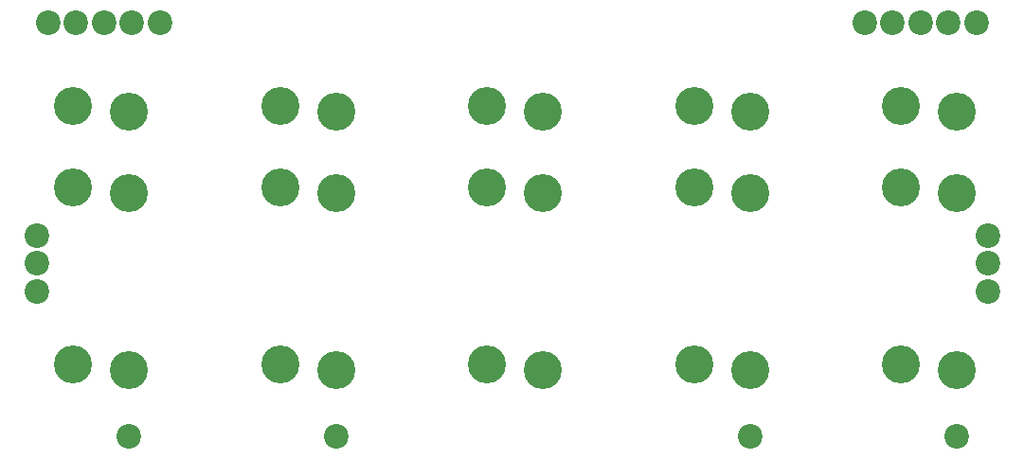
<source format=gbs>
G04 #@! TF.FileFunction,Soldermask,Bot*
%FSLAX46Y46*%
G04 Gerber Fmt 4.6, Leading zero omitted, Abs format (unit mm)*
G04 Created by KiCad (PCBNEW 4.0.1-stable) date Sunday, May 29, 2016 'PMt' 06:37:48 PM*
%MOMM*%
G01*
G04 APERTURE LIST*
%ADD10C,0.100000*%
%ADD11C,2.200000*%
%ADD12C,3.400000*%
G04 APERTURE END LIST*
D10*
D11*
X84250000Y-40000000D03*
X65750000Y-40000000D03*
X28750000Y-40000000D03*
X10250000Y-40000000D03*
X86000000Y-3000000D03*
X83500000Y-3000000D03*
X81000000Y-3000000D03*
X78500000Y-3000000D03*
X76000000Y-3000000D03*
X13000000Y-3000000D03*
X10500000Y-3000000D03*
X8000000Y-3000000D03*
X5500000Y-3000000D03*
X3000000Y-3000000D03*
X87000000Y-22000000D03*
X87000000Y-24500000D03*
X2000000Y-22000000D03*
X2000000Y-24500000D03*
D12*
X84250000Y-34000000D03*
X65750000Y-34000000D03*
X47250000Y-34000000D03*
X28750000Y-34000000D03*
X79250000Y-33500000D03*
X60750000Y-33500000D03*
X42250000Y-33500000D03*
X23750000Y-33500000D03*
X84250000Y-18200000D03*
X65750000Y-18200000D03*
X47250000Y-18200000D03*
X28750000Y-18200000D03*
X79250000Y-17700000D03*
X60750000Y-17700000D03*
X42250000Y-17700000D03*
X23750000Y-17700000D03*
X79250000Y-10400000D03*
X60750000Y-10400000D03*
X42250000Y-10400000D03*
X23750000Y-10400000D03*
X84250000Y-10900000D03*
X65750000Y-10900000D03*
X47250000Y-10900000D03*
X28750000Y-10900000D03*
X5250000Y-10400000D03*
X5250000Y-17700000D03*
X10250000Y-10900000D03*
X10250000Y-18200000D03*
X10250000Y-34000000D03*
X5250000Y-33500000D03*
D11*
X87000000Y-27000000D03*
X2000000Y-27000000D03*
M02*

</source>
